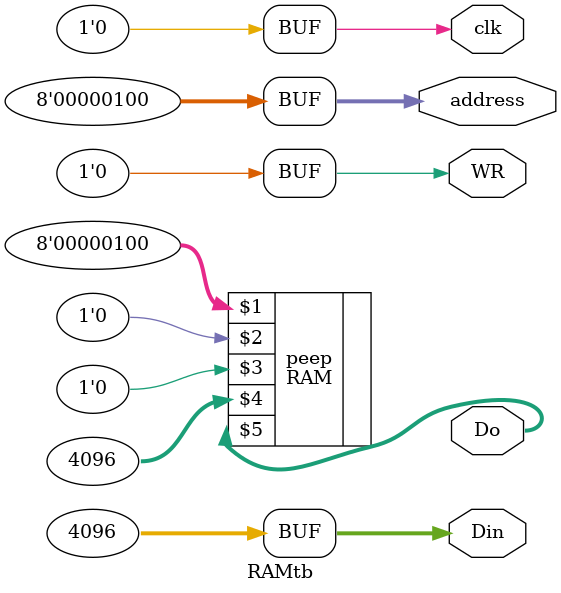
<source format=v>
module RAMtb (address, WR, clk, Din, Do);

	output reg [7:0] address;
	output reg WR, clk;
	output reg [31:0] Din;
	output wire[31:0] Do;
	
	RAM peep (address, WR, clk, Din, Do);
	
	initial begin
	WR <= 1;
	address <= 8'd0;
	Din <= 32'd128;
	clk <= 0;
	#5
	clk <= 1;
	#5
	clk <= 0;
	#5
	address <= 8'd4;
	Din <= 32'd4096;
	clk <= 1;
	#5
	clk <= 0;
	#5
	WR <= 0;
	#5
	address <= 8'd0;
	clk <= 1;
	#5
	clk <= 0;
	#5
	address <= 8'd4;
	clk <= 1;
	#5
	clk <= 0;
	end

endmodule

</source>
